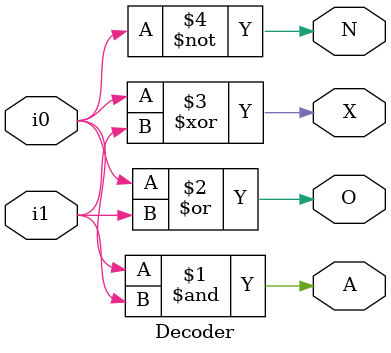
<source format=v>
module Decoder(input i0, i1, output A, O, X, N);

assign A = i0 & i1;
assign O = i0 | i1;
assign X = i0 ^ i1;
assign N = ~i0;

endmodule

</source>
